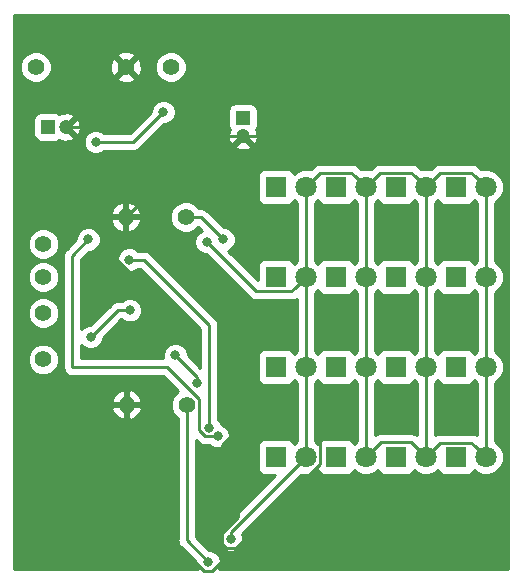
<source format=gbr>
G04 #@! TF.GenerationSoftware,KiCad,Pcbnew,(5.0.1)-3*
G04 #@! TF.CreationDate,2018-10-20T23:17:48-07:00*
G04 #@! TF.ProjectId,ODKB_Board,4F444B425F426F6172642E6B69636164,rev?*
G04 #@! TF.SameCoordinates,Original*
G04 #@! TF.FileFunction,Copper,L2,Bot,Signal*
G04 #@! TF.FilePolarity,Positive*
%FSLAX46Y46*%
G04 Gerber Fmt 4.6, Leading zero omitted, Abs format (unit mm)*
G04 Created by KiCad (PCBNEW (5.0.1)-3) date 10/20/2018 11:17:48 PM*
%MOMM*%
%LPD*%
G01*
G04 APERTURE LIST*
G04 #@! TA.AperFunction,ComponentPad*
%ADD10C,1.400000*%
G04 #@! TD*
G04 #@! TA.AperFunction,ComponentPad*
%ADD11C,1.200000*%
G04 #@! TD*
G04 #@! TA.AperFunction,ComponentPad*
%ADD12R,1.200000X1.200000*%
G04 #@! TD*
G04 #@! TA.AperFunction,ComponentPad*
%ADD13R,1.800000X1.800000*%
G04 #@! TD*
G04 #@! TA.AperFunction,ComponentPad*
%ADD14C,1.800000*%
G04 #@! TD*
G04 #@! TA.AperFunction,ComponentPad*
%ADD15O,1.400000X1.400000*%
G04 #@! TD*
G04 #@! TA.AperFunction,ViaPad*
%ADD16C,0.800000*%
G04 #@! TD*
G04 #@! TA.AperFunction,Conductor*
%ADD17C,0.250000*%
G04 #@! TD*
G04 #@! TA.AperFunction,Conductor*
%ADD18C,0.254000*%
G04 #@! TD*
G04 APERTURE END LIST*
D10*
G04 #@! TO.P,J2,1*
G04 #@! TO.N,+3V3*
X51308000Y-36068000D03*
G04 #@! TD*
G04 #@! TO.P,J7,1*
G04 #@! TO.N,/XLAT*
X51943000Y-60833000D03*
G04 #@! TD*
G04 #@! TO.P,J6,1*
G04 #@! TO.N,/SIN*
X51943000Y-56896000D03*
G04 #@! TD*
G04 #@! TO.P,J5,1*
G04 #@! TO.N,/CLK*
X51943000Y-53848000D03*
G04 #@! TD*
G04 #@! TO.P,J4,1*
G04 #@! TO.N,/BLANK*
X51943000Y-51054000D03*
G04 #@! TD*
G04 #@! TO.P,J3,1*
G04 #@! TO.N,GND*
X58928000Y-36068000D03*
G04 #@! TD*
G04 #@! TO.P,J1,1*
G04 #@! TO.N,+5V*
X62738000Y-36068000D03*
G04 #@! TD*
D11*
G04 #@! TO.P,C1,2*
G04 #@! TO.N,GND*
X53848000Y-41148000D03*
D12*
G04 #@! TO.P,C1,1*
G04 #@! TO.N,+5V*
X52348000Y-41148000D03*
G04 #@! TD*
G04 #@! TO.P,C2,1*
G04 #@! TO.N,+3V3*
X68834000Y-40386000D03*
D11*
G04 #@! TO.P,C2,2*
G04 #@! TO.N,GND*
X68834000Y-41886000D03*
G04 #@! TD*
D13*
G04 #@! TO.P,D1,1*
G04 #@! TO.N,/led1*
X71628000Y-46228000D03*
D14*
G04 #@! TO.P,D1,2*
G04 #@! TO.N,+5V*
X74168000Y-46228000D03*
G04 #@! TD*
G04 #@! TO.P,D2,2*
G04 #@! TO.N,+5V*
X79248000Y-46228000D03*
D13*
G04 #@! TO.P,D2,1*
G04 #@! TO.N,/led2*
X76708000Y-46228000D03*
G04 #@! TD*
D14*
G04 #@! TO.P,D3,2*
G04 #@! TO.N,+5V*
X84328000Y-46228000D03*
D13*
G04 #@! TO.P,D3,1*
G04 #@! TO.N,/led3*
X81788000Y-46228000D03*
G04 #@! TD*
D14*
G04 #@! TO.P,D4,2*
G04 #@! TO.N,+5V*
X89408000Y-46228000D03*
D13*
G04 #@! TO.P,D4,1*
G04 #@! TO.N,/led4*
X86868000Y-46228000D03*
G04 #@! TD*
D14*
G04 #@! TO.P,D5,2*
G04 #@! TO.N,+5V*
X74168000Y-53848000D03*
D13*
G04 #@! TO.P,D5,1*
G04 #@! TO.N,/led5*
X71628000Y-53848000D03*
G04 #@! TD*
G04 #@! TO.P,D6,1*
G04 #@! TO.N,/led6*
X76708000Y-53848000D03*
D14*
G04 #@! TO.P,D6,2*
G04 #@! TO.N,+5V*
X79248000Y-53848000D03*
G04 #@! TD*
D13*
G04 #@! TO.P,D7,1*
G04 #@! TO.N,/led7*
X81788000Y-53848000D03*
D14*
G04 #@! TO.P,D7,2*
G04 #@! TO.N,+5V*
X84328000Y-53848000D03*
G04 #@! TD*
D13*
G04 #@! TO.P,D8,1*
G04 #@! TO.N,/led8*
X86868000Y-53848000D03*
D14*
G04 #@! TO.P,D8,2*
G04 #@! TO.N,+5V*
X89408000Y-53848000D03*
G04 #@! TD*
D13*
G04 #@! TO.P,D9,1*
G04 #@! TO.N,/led9*
X71628000Y-61468000D03*
D14*
G04 #@! TO.P,D9,2*
G04 #@! TO.N,+5V*
X74168000Y-61468000D03*
G04 #@! TD*
G04 #@! TO.P,D10,2*
G04 #@! TO.N,+5V*
X79248000Y-61468000D03*
D13*
G04 #@! TO.P,D10,1*
G04 #@! TO.N,/led10*
X76708000Y-61468000D03*
G04 #@! TD*
D14*
G04 #@! TO.P,D11,2*
G04 #@! TO.N,+5V*
X84328000Y-61468000D03*
D13*
G04 #@! TO.P,D11,1*
G04 #@! TO.N,/led11*
X81788000Y-61468000D03*
G04 #@! TD*
D14*
G04 #@! TO.P,D12,2*
G04 #@! TO.N,+5V*
X89408000Y-61468000D03*
D13*
G04 #@! TO.P,D12,1*
G04 #@! TO.N,/led12*
X86868000Y-61468000D03*
G04 #@! TD*
D14*
G04 #@! TO.P,D13,2*
G04 #@! TO.N,+5V*
X74168000Y-69088000D03*
D13*
G04 #@! TO.P,D13,1*
G04 #@! TO.N,/led13*
X71628000Y-69088000D03*
G04 #@! TD*
G04 #@! TO.P,D14,1*
G04 #@! TO.N,/led14*
X76708000Y-69088000D03*
D14*
G04 #@! TO.P,D14,2*
G04 #@! TO.N,+5V*
X79248000Y-69088000D03*
G04 #@! TD*
D13*
G04 #@! TO.P,D15,1*
G04 #@! TO.N,/led15*
X81788000Y-69088000D03*
D14*
G04 #@! TO.P,D15,2*
G04 #@! TO.N,+5V*
X84328000Y-69088000D03*
G04 #@! TD*
D13*
G04 #@! TO.P,D16,1*
G04 #@! TO.N,/led16*
X86868000Y-69088000D03*
D14*
G04 #@! TO.P,D16,2*
G04 #@! TO.N,+5V*
X89408000Y-69088000D03*
G04 #@! TD*
D15*
G04 #@! TO.P,R1,2*
G04 #@! TO.N,GND*
X58928000Y-48768000D03*
D10*
G04 #@! TO.P,R1,1*
G04 #@! TO.N,Net-(R1-Pad1)*
X64008000Y-48768000D03*
G04 #@! TD*
G04 #@! TO.P,R2,1*
G04 #@! TO.N,Net-(R2-Pad1)*
X64071005Y-64653839D03*
D15*
G04 #@! TO.P,R2,2*
G04 #@! TO.N,GND*
X58991005Y-64653839D03*
G04 #@! TD*
D16*
G04 #@! TO.N,+5V*
X67818000Y-76073000D03*
X56388000Y-42418000D03*
X62103000Y-39878000D03*
X65768000Y-50888000D03*
G04 #@! TO.N,GND*
X76708000Y-56388000D03*
X81788000Y-56388000D03*
X86868000Y-56388000D03*
X76768000Y-50038000D03*
X81918000Y-50038000D03*
X87818000Y-49938000D03*
X76318000Y-66188000D03*
X81968000Y-66338000D03*
X86968000Y-65688000D03*
X60468000Y-57838000D03*
X83518000Y-36488000D03*
X60618000Y-39188000D03*
X65718000Y-40338000D03*
X65718000Y-42088000D03*
X57268000Y-40038000D03*
X68418000Y-65588000D03*
X56818000Y-48838000D03*
G04 #@! TO.N,/BLANK*
X55753000Y-50673000D03*
X66692183Y-67327183D03*
G04 #@! TO.N,/CLK*
X65985075Y-66620075D03*
X59228001Y-52385347D03*
G04 #@! TO.N,/XLAT*
X59270333Y-56665058D03*
X55968000Y-58938000D03*
G04 #@! TO.N,Net-(R1-Pad1)*
X67183000Y-50673000D03*
G04 #@! TO.N,Net-(U2-Pad29)*
X63118000Y-60488000D03*
X64968000Y-62838000D03*
G04 #@! TO.N,Net-(R2-Pad1)*
X65913000Y-77978000D03*
G04 #@! TD*
D17*
G04 #@! TO.N,+5V*
X74168000Y-47500792D02*
X74168000Y-53848000D01*
X74168000Y-46228000D02*
X74168000Y-47500792D01*
X74168000Y-53848000D02*
X74168000Y-61468000D01*
X74168000Y-61468000D02*
X74168000Y-69088000D01*
X79248000Y-46228000D02*
X79248000Y-53848000D01*
X79248000Y-55120792D02*
X79248000Y-61468000D01*
X79248000Y-53848000D02*
X79248000Y-55120792D01*
X79248000Y-61468000D02*
X79248000Y-69088000D01*
X84328000Y-46228000D02*
X84328000Y-53848000D01*
X84328000Y-55120792D02*
X84328000Y-61468000D01*
X84328000Y-53848000D02*
X84328000Y-55120792D01*
X84328000Y-61468000D02*
X84328000Y-69088000D01*
X89408000Y-61468000D02*
X89408000Y-69088000D01*
X89408000Y-53848000D02*
X89408000Y-61468000D01*
X89408000Y-46228000D02*
X89408000Y-53848000D01*
X78348001Y-45328001D02*
X79248000Y-46228000D01*
X78022999Y-45002999D02*
X78348001Y-45328001D01*
X75393001Y-45002999D02*
X78022999Y-45002999D01*
X74168000Y-46228000D02*
X75393001Y-45002999D01*
X83428001Y-45328001D02*
X84328000Y-46228000D01*
X83102999Y-45002999D02*
X83428001Y-45328001D01*
X80473001Y-45002999D02*
X83102999Y-45002999D01*
X79248000Y-46228000D02*
X80473001Y-45002999D01*
X88508001Y-45328001D02*
X89408000Y-46228000D01*
X88182999Y-45002999D02*
X88508001Y-45328001D01*
X85553001Y-45002999D02*
X88182999Y-45002999D01*
X84328000Y-46228000D02*
X85553001Y-45002999D01*
X83428001Y-68188001D02*
X84328000Y-69088000D01*
X83058000Y-67818000D02*
X83428001Y-68188001D01*
X80518000Y-67818000D02*
X83058000Y-67818000D01*
X79248000Y-69088000D02*
X80518000Y-67818000D01*
X88508001Y-68188001D02*
X89408000Y-69088000D01*
X88182999Y-67862999D02*
X88508001Y-68188001D01*
X85553001Y-67862999D02*
X88182999Y-67862999D01*
X84328000Y-69088000D02*
X85553001Y-67862999D01*
X74168000Y-69088000D02*
X67818000Y-75438000D01*
X67818000Y-75438000D02*
X67818000Y-76073000D01*
X56388000Y-42418000D02*
X59563000Y-42418000D01*
X59563000Y-42418000D02*
X62103000Y-39878000D01*
X73268001Y-54747999D02*
X74168000Y-53848000D01*
X72942999Y-55073001D02*
X73268001Y-54747999D01*
X69953001Y-55073001D02*
X72942999Y-55073001D01*
X65768000Y-50888000D02*
X69953001Y-55073001D01*
G04 #@! TO.N,GND*
X64168001Y-38788001D02*
X65718000Y-40338000D01*
X60618000Y-39188000D02*
X61017999Y-38788001D01*
X61017999Y-38788001D02*
X64168001Y-38788001D01*
X65718000Y-40338000D02*
X65718000Y-42088000D01*
X56158000Y-41148000D02*
X53848000Y-41148000D01*
X57268000Y-40038000D02*
X56158000Y-41148000D01*
X58991005Y-72129007D02*
X58991005Y-65643788D01*
X65564999Y-78703001D02*
X58991005Y-72129007D01*
X66261001Y-78703001D02*
X65564999Y-78703001D01*
X67040184Y-77923818D02*
X66261001Y-78703001D01*
X67040184Y-68052184D02*
X67040184Y-77923818D01*
X58991005Y-65643788D02*
X58991005Y-64653839D01*
X68418000Y-66674368D02*
X67040184Y-68052184D01*
X68418000Y-65588000D02*
X68418000Y-66674368D01*
X75918001Y-66587999D02*
X76318000Y-66188000D01*
X75393001Y-67112999D02*
X75918001Y-66587999D01*
X75393001Y-69676001D02*
X75393001Y-67112999D01*
X68271001Y-76798001D02*
X75393001Y-69676001D01*
X67469999Y-76798001D02*
X68271001Y-76798001D01*
X67092999Y-76421001D02*
X67469999Y-76798001D01*
X67092999Y-75526591D02*
X67092999Y-76421001D01*
X68418000Y-74201590D02*
X67092999Y-75526591D01*
X68418000Y-65588000D02*
X68418000Y-74201590D01*
X65810000Y-41886000D02*
X58928000Y-48768000D01*
X68834000Y-41886000D02*
X65810000Y-41886000D01*
X78120000Y-41886000D02*
X83068000Y-36938000D01*
X68834000Y-41886000D02*
X78120000Y-41886000D01*
X83068000Y-36938000D02*
X83518000Y-36488000D01*
X56818000Y-51048348D02*
X56818000Y-48838000D01*
X60468000Y-57838000D02*
X60468000Y-54698348D01*
X60468000Y-54698348D02*
X56818000Y-51048348D01*
G04 #@! TO.N,/BLANK*
X66674290Y-67345076D02*
X66692183Y-67327183D01*
X65637074Y-67345076D02*
X66674290Y-67345076D01*
X54392999Y-52033001D02*
X54392999Y-61484969D01*
X55753000Y-50673000D02*
X54392999Y-52033001D01*
X62419137Y-61484969D02*
X65096006Y-64161838D01*
X65096006Y-64161838D02*
X65096006Y-66804008D01*
X54392999Y-61484969D02*
X62419137Y-61484969D01*
X65096006Y-66804008D02*
X65637074Y-67345076D01*
G04 #@! TO.N,/CLK*
X60443349Y-52385347D02*
X59228001Y-52385347D01*
X65985075Y-66620075D02*
X65985075Y-57927073D01*
X65985075Y-57927073D02*
X60443349Y-52385347D01*
G04 #@! TO.N,/XLAT*
X59270333Y-56665058D02*
X58240942Y-56665058D01*
X58240942Y-56665058D02*
X55968000Y-58938000D01*
G04 #@! TO.N,Net-(R1-Pad1)*
X64008000Y-48768000D02*
X65278000Y-48768000D01*
X65278000Y-48768000D02*
X67183000Y-50673000D01*
G04 #@! TO.N,Net-(U2-Pad29)*
X63118000Y-60488000D02*
X64968000Y-62338000D01*
X64968000Y-62338000D02*
X64968000Y-62838000D01*
G04 #@! TO.N,Net-(R2-Pad1)*
X64071005Y-64653839D02*
X64071005Y-76136005D01*
X64071005Y-76136005D02*
X65913000Y-77978000D01*
G04 #@! TD*
D18*
G04 #@! TO.N,GND*
G36*
X91263001Y-78563000D02*
X66790961Y-78563000D01*
X66948000Y-78183874D01*
X66948000Y-77772126D01*
X66790431Y-77391720D01*
X66499280Y-77100569D01*
X66118874Y-76943000D01*
X65952802Y-76943000D01*
X64831005Y-75821204D01*
X64831005Y-67613809D01*
X65046745Y-67829548D01*
X65089145Y-67893005D01*
X65152601Y-67935405D01*
X65340536Y-68060980D01*
X65388679Y-68070556D01*
X65562222Y-68105076D01*
X65562226Y-68105076D01*
X65637074Y-68119964D01*
X65711922Y-68105076D01*
X66006365Y-68105076D01*
X66105903Y-68204614D01*
X66486309Y-68362183D01*
X66898057Y-68362183D01*
X67278463Y-68204614D01*
X67569614Y-67913463D01*
X67727183Y-67533057D01*
X67727183Y-67121309D01*
X67569614Y-66740903D01*
X67278463Y-66449752D01*
X66984337Y-66327921D01*
X66862506Y-66033795D01*
X66745075Y-65916364D01*
X66745075Y-58001919D01*
X66759963Y-57927072D01*
X66745075Y-57852225D01*
X66745075Y-57852221D01*
X66700979Y-57630536D01*
X66533004Y-57379144D01*
X66469548Y-57336744D01*
X61033680Y-51900877D01*
X60991278Y-51837418D01*
X60739886Y-51669443D01*
X60518201Y-51625347D01*
X60518196Y-51625347D01*
X60443349Y-51610459D01*
X60368502Y-51625347D01*
X59931712Y-51625347D01*
X59814281Y-51507916D01*
X59433875Y-51350347D01*
X59022127Y-51350347D01*
X58641721Y-51507916D01*
X58350570Y-51799067D01*
X58193001Y-52179473D01*
X58193001Y-52591221D01*
X58350570Y-52971627D01*
X58641721Y-53262778D01*
X59022127Y-53420347D01*
X59433875Y-53420347D01*
X59814281Y-53262778D01*
X59931712Y-53145347D01*
X60128548Y-53145347D01*
X65225076Y-58241876D01*
X65225076Y-61520274D01*
X64153000Y-60448199D01*
X64153000Y-60282126D01*
X63995431Y-59901720D01*
X63704280Y-59610569D01*
X63323874Y-59453000D01*
X62912126Y-59453000D01*
X62531720Y-59610569D01*
X62240569Y-59901720D01*
X62083000Y-60282126D01*
X62083000Y-60693874D01*
X62095880Y-60724969D01*
X55152999Y-60724969D01*
X55152999Y-59586710D01*
X55381720Y-59815431D01*
X55762126Y-59973000D01*
X56173874Y-59973000D01*
X56554280Y-59815431D01*
X56845431Y-59524280D01*
X57003000Y-59143874D01*
X57003000Y-58977801D01*
X58555745Y-57425058D01*
X58566622Y-57425058D01*
X58684053Y-57542489D01*
X59064459Y-57700058D01*
X59476207Y-57700058D01*
X59856613Y-57542489D01*
X60147764Y-57251338D01*
X60305333Y-56870932D01*
X60305333Y-56459184D01*
X60147764Y-56078778D01*
X59856613Y-55787627D01*
X59476207Y-55630058D01*
X59064459Y-55630058D01*
X58684053Y-55787627D01*
X58566622Y-55905058D01*
X58315788Y-55905058D01*
X58240941Y-55890170D01*
X58166094Y-55905058D01*
X58166090Y-55905058D01*
X57944405Y-55949154D01*
X57944403Y-55949155D01*
X57944404Y-55949155D01*
X57756468Y-56074729D01*
X57756466Y-56074731D01*
X57693013Y-56117129D01*
X57650615Y-56180582D01*
X55928199Y-57903000D01*
X55762126Y-57903000D01*
X55381720Y-58060569D01*
X55152999Y-58289290D01*
X55152999Y-52347802D01*
X55792802Y-51708000D01*
X55958874Y-51708000D01*
X56339280Y-51550431D01*
X56630431Y-51259280D01*
X56788000Y-50878874D01*
X56788000Y-50467126D01*
X56630431Y-50086720D01*
X56339280Y-49795569D01*
X55958874Y-49638000D01*
X55547126Y-49638000D01*
X55166720Y-49795569D01*
X54875569Y-50086720D01*
X54718000Y-50467126D01*
X54718000Y-50633198D01*
X53908529Y-51442670D01*
X53845070Y-51485072D01*
X53677095Y-51736465D01*
X53632999Y-51958150D01*
X53632999Y-51958154D01*
X53618111Y-52033001D01*
X53632999Y-52107848D01*
X53633000Y-61410112D01*
X53618110Y-61484969D01*
X53677095Y-61781506D01*
X53845070Y-62032898D01*
X54096462Y-62200873D01*
X54318147Y-62244969D01*
X54392999Y-62259858D01*
X54467851Y-62244969D01*
X62104336Y-62244969D01*
X63361923Y-63502557D01*
X63314788Y-63522081D01*
X62939247Y-63897622D01*
X62736005Y-64388291D01*
X62736005Y-64919387D01*
X62939247Y-65410056D01*
X63311005Y-65781814D01*
X63311006Y-76061153D01*
X63296117Y-76136005D01*
X63311006Y-76210857D01*
X63355102Y-76432542D01*
X63523077Y-76683934D01*
X63586533Y-76726334D01*
X64878000Y-78017802D01*
X64878000Y-78183874D01*
X65035039Y-78563000D01*
X49453000Y-78563000D01*
X49453000Y-64987168D01*
X57698289Y-64987168D01*
X57841208Y-65332235D01*
X58188342Y-65720603D01*
X58657674Y-65946566D01*
X58864005Y-65824045D01*
X58864005Y-64780839D01*
X59118005Y-64780839D01*
X59118005Y-65824045D01*
X59324336Y-65946566D01*
X59793668Y-65720603D01*
X60140802Y-65332235D01*
X60283721Y-64987168D01*
X60160379Y-64780839D01*
X59118005Y-64780839D01*
X58864005Y-64780839D01*
X57821631Y-64780839D01*
X57698289Y-64987168D01*
X49453000Y-64987168D01*
X49453000Y-64320510D01*
X57698289Y-64320510D01*
X57821631Y-64526839D01*
X58864005Y-64526839D01*
X58864005Y-63483633D01*
X59118005Y-63483633D01*
X59118005Y-64526839D01*
X60160379Y-64526839D01*
X60283721Y-64320510D01*
X60140802Y-63975443D01*
X59793668Y-63587075D01*
X59324336Y-63361112D01*
X59118005Y-63483633D01*
X58864005Y-63483633D01*
X58657674Y-63361112D01*
X58188342Y-63587075D01*
X57841208Y-63975443D01*
X57698289Y-64320510D01*
X49453000Y-64320510D01*
X49453000Y-60567452D01*
X50608000Y-60567452D01*
X50608000Y-61098548D01*
X50811242Y-61589217D01*
X51186783Y-61964758D01*
X51677452Y-62168000D01*
X52208548Y-62168000D01*
X52699217Y-61964758D01*
X53074758Y-61589217D01*
X53278000Y-61098548D01*
X53278000Y-60567452D01*
X53074758Y-60076783D01*
X52699217Y-59701242D01*
X52208548Y-59498000D01*
X51677452Y-59498000D01*
X51186783Y-59701242D01*
X50811242Y-60076783D01*
X50608000Y-60567452D01*
X49453000Y-60567452D01*
X49453000Y-56630452D01*
X50608000Y-56630452D01*
X50608000Y-57161548D01*
X50811242Y-57652217D01*
X51186783Y-58027758D01*
X51677452Y-58231000D01*
X52208548Y-58231000D01*
X52699217Y-58027758D01*
X53074758Y-57652217D01*
X53278000Y-57161548D01*
X53278000Y-56630452D01*
X53074758Y-56139783D01*
X52699217Y-55764242D01*
X52208548Y-55561000D01*
X51677452Y-55561000D01*
X51186783Y-55764242D01*
X50811242Y-56139783D01*
X50608000Y-56630452D01*
X49453000Y-56630452D01*
X49453000Y-53582452D01*
X50608000Y-53582452D01*
X50608000Y-54113548D01*
X50811242Y-54604217D01*
X51186783Y-54979758D01*
X51677452Y-55183000D01*
X52208548Y-55183000D01*
X52699217Y-54979758D01*
X53074758Y-54604217D01*
X53278000Y-54113548D01*
X53278000Y-53582452D01*
X53074758Y-53091783D01*
X52699217Y-52716242D01*
X52208548Y-52513000D01*
X51677452Y-52513000D01*
X51186783Y-52716242D01*
X50811242Y-53091783D01*
X50608000Y-53582452D01*
X49453000Y-53582452D01*
X49453000Y-50788452D01*
X50608000Y-50788452D01*
X50608000Y-51319548D01*
X50811242Y-51810217D01*
X51186783Y-52185758D01*
X51677452Y-52389000D01*
X52208548Y-52389000D01*
X52699217Y-52185758D01*
X53074758Y-51810217D01*
X53278000Y-51319548D01*
X53278000Y-50788452D01*
X53074758Y-50297783D01*
X52699217Y-49922242D01*
X52208548Y-49719000D01*
X51677452Y-49719000D01*
X51186783Y-49922242D01*
X50811242Y-50297783D01*
X50608000Y-50788452D01*
X49453000Y-50788452D01*
X49453000Y-49101329D01*
X57635284Y-49101329D01*
X57778203Y-49446396D01*
X58125337Y-49834764D01*
X58594669Y-50060727D01*
X58801000Y-49938206D01*
X58801000Y-48895000D01*
X59055000Y-48895000D01*
X59055000Y-49938206D01*
X59261331Y-50060727D01*
X59730663Y-49834764D01*
X60077797Y-49446396D01*
X60220716Y-49101329D01*
X60097374Y-48895000D01*
X59055000Y-48895000D01*
X58801000Y-48895000D01*
X57758626Y-48895000D01*
X57635284Y-49101329D01*
X49453000Y-49101329D01*
X49453000Y-48434671D01*
X57635284Y-48434671D01*
X57758626Y-48641000D01*
X58801000Y-48641000D01*
X58801000Y-47597794D01*
X59055000Y-47597794D01*
X59055000Y-48641000D01*
X60097374Y-48641000D01*
X60180197Y-48502452D01*
X62673000Y-48502452D01*
X62673000Y-49033548D01*
X62876242Y-49524217D01*
X63251783Y-49899758D01*
X63742452Y-50103000D01*
X64273548Y-50103000D01*
X64764217Y-49899758D01*
X65049587Y-49614388D01*
X65368430Y-49933231D01*
X65181720Y-50010569D01*
X64890569Y-50301720D01*
X64733000Y-50682126D01*
X64733000Y-51093874D01*
X64890569Y-51474280D01*
X65181720Y-51765431D01*
X65562126Y-51923000D01*
X65728199Y-51923000D01*
X69362672Y-55557474D01*
X69405072Y-55620930D01*
X69656464Y-55788905D01*
X69878149Y-55833001D01*
X69878153Y-55833001D01*
X69953000Y-55847889D01*
X70027847Y-55833001D01*
X72868152Y-55833001D01*
X72942999Y-55847889D01*
X73017846Y-55833001D01*
X73017851Y-55833001D01*
X73239536Y-55788905D01*
X73408000Y-55676341D01*
X73408001Y-60121330D01*
X73298493Y-60166690D01*
X73129275Y-60335908D01*
X73126157Y-60320235D01*
X72985809Y-60110191D01*
X72775765Y-59969843D01*
X72528000Y-59920560D01*
X70728000Y-59920560D01*
X70480235Y-59969843D01*
X70270191Y-60110191D01*
X70129843Y-60320235D01*
X70080560Y-60568000D01*
X70080560Y-62368000D01*
X70129843Y-62615765D01*
X70270191Y-62825809D01*
X70480235Y-62966157D01*
X70728000Y-63015440D01*
X72528000Y-63015440D01*
X72775765Y-62966157D01*
X72985809Y-62825809D01*
X73126157Y-62615765D01*
X73129275Y-62600092D01*
X73298493Y-62769310D01*
X73408000Y-62814669D01*
X73408001Y-67741330D01*
X73298493Y-67786690D01*
X73129275Y-67955908D01*
X73126157Y-67940235D01*
X72985809Y-67730191D01*
X72775765Y-67589843D01*
X72528000Y-67540560D01*
X70728000Y-67540560D01*
X70480235Y-67589843D01*
X70270191Y-67730191D01*
X70129843Y-67940235D01*
X70080560Y-68188000D01*
X70080560Y-69988000D01*
X70129843Y-70235765D01*
X70270191Y-70445809D01*
X70480235Y-70586157D01*
X70728000Y-70635440D01*
X71545758Y-70635440D01*
X67333530Y-74847669D01*
X67270071Y-74890071D01*
X67102096Y-75141464D01*
X67058000Y-75363149D01*
X67058000Y-75363153D01*
X67056476Y-75370813D01*
X66940569Y-75486720D01*
X66783000Y-75867126D01*
X66783000Y-76278874D01*
X66940569Y-76659280D01*
X67231720Y-76950431D01*
X67612126Y-77108000D01*
X68023874Y-77108000D01*
X68404280Y-76950431D01*
X68695431Y-76659280D01*
X68853000Y-76278874D01*
X68853000Y-75867126D01*
X68738970Y-75591832D01*
X73753162Y-70577640D01*
X73862670Y-70623000D01*
X74473330Y-70623000D01*
X75037507Y-70389310D01*
X75206725Y-70220092D01*
X75209843Y-70235765D01*
X75350191Y-70445809D01*
X75560235Y-70586157D01*
X75808000Y-70635440D01*
X77608000Y-70635440D01*
X77855765Y-70586157D01*
X78065809Y-70445809D01*
X78206157Y-70235765D01*
X78209275Y-70220092D01*
X78378493Y-70389310D01*
X78942670Y-70623000D01*
X79553330Y-70623000D01*
X80117507Y-70389310D01*
X80286725Y-70220092D01*
X80289843Y-70235765D01*
X80430191Y-70445809D01*
X80640235Y-70586157D01*
X80888000Y-70635440D01*
X82688000Y-70635440D01*
X82935765Y-70586157D01*
X83145809Y-70445809D01*
X83286157Y-70235765D01*
X83289275Y-70220092D01*
X83458493Y-70389310D01*
X84022670Y-70623000D01*
X84633330Y-70623000D01*
X85197507Y-70389310D01*
X85366725Y-70220092D01*
X85369843Y-70235765D01*
X85510191Y-70445809D01*
X85720235Y-70586157D01*
X85968000Y-70635440D01*
X87768000Y-70635440D01*
X88015765Y-70586157D01*
X88225809Y-70445809D01*
X88366157Y-70235765D01*
X88369275Y-70220092D01*
X88538493Y-70389310D01*
X89102670Y-70623000D01*
X89713330Y-70623000D01*
X90277507Y-70389310D01*
X90709310Y-69957507D01*
X90943000Y-69393330D01*
X90943000Y-68782670D01*
X90709310Y-68218493D01*
X90277507Y-67786690D01*
X90168000Y-67741331D01*
X90168000Y-62814669D01*
X90277507Y-62769310D01*
X90709310Y-62337507D01*
X90943000Y-61773330D01*
X90943000Y-61162670D01*
X90709310Y-60598493D01*
X90277507Y-60166690D01*
X90168000Y-60121331D01*
X90168000Y-55194669D01*
X90277507Y-55149310D01*
X90709310Y-54717507D01*
X90943000Y-54153330D01*
X90943000Y-53542670D01*
X90709310Y-52978493D01*
X90277507Y-52546690D01*
X90168000Y-52501331D01*
X90168000Y-47574669D01*
X90277507Y-47529310D01*
X90709310Y-47097507D01*
X90943000Y-46533330D01*
X90943000Y-45922670D01*
X90709310Y-45358493D01*
X90277507Y-44926690D01*
X89713330Y-44693000D01*
X89102670Y-44693000D01*
X88993161Y-44738360D01*
X88773330Y-44518529D01*
X88730928Y-44455070D01*
X88479536Y-44287095D01*
X88257851Y-44242999D01*
X88257846Y-44242999D01*
X88182999Y-44228111D01*
X88108152Y-44242999D01*
X85627847Y-44242999D01*
X85553000Y-44228111D01*
X85478153Y-44242999D01*
X85478149Y-44242999D01*
X85256464Y-44287095D01*
X85005072Y-44455070D01*
X84962672Y-44518526D01*
X84742838Y-44738360D01*
X84633330Y-44693000D01*
X84022670Y-44693000D01*
X83913161Y-44738360D01*
X83693330Y-44518529D01*
X83650928Y-44455070D01*
X83399536Y-44287095D01*
X83177851Y-44242999D01*
X83177846Y-44242999D01*
X83102999Y-44228111D01*
X83028152Y-44242999D01*
X80547847Y-44242999D01*
X80473000Y-44228111D01*
X80398153Y-44242999D01*
X80398149Y-44242999D01*
X80176464Y-44287095D01*
X79925072Y-44455070D01*
X79882672Y-44518526D01*
X79662838Y-44738360D01*
X79553330Y-44693000D01*
X78942670Y-44693000D01*
X78833161Y-44738360D01*
X78613330Y-44518529D01*
X78570928Y-44455070D01*
X78319536Y-44287095D01*
X78097851Y-44242999D01*
X78097846Y-44242999D01*
X78022999Y-44228111D01*
X77948152Y-44242999D01*
X75467847Y-44242999D01*
X75393000Y-44228111D01*
X75318153Y-44242999D01*
X75318149Y-44242999D01*
X75096464Y-44287095D01*
X74845072Y-44455070D01*
X74802672Y-44518526D01*
X74582838Y-44738360D01*
X74473330Y-44693000D01*
X73862670Y-44693000D01*
X73298493Y-44926690D01*
X73129275Y-45095908D01*
X73126157Y-45080235D01*
X72985809Y-44870191D01*
X72775765Y-44729843D01*
X72528000Y-44680560D01*
X70728000Y-44680560D01*
X70480235Y-44729843D01*
X70270191Y-44870191D01*
X70129843Y-45080235D01*
X70080560Y-45328000D01*
X70080560Y-47128000D01*
X70129843Y-47375765D01*
X70270191Y-47585809D01*
X70480235Y-47726157D01*
X70728000Y-47775440D01*
X72528000Y-47775440D01*
X72775765Y-47726157D01*
X72985809Y-47585809D01*
X73126157Y-47375765D01*
X73129275Y-47360092D01*
X73298493Y-47529310D01*
X73408000Y-47574669D01*
X73408001Y-52501330D01*
X73298493Y-52546690D01*
X73129275Y-52715908D01*
X73126157Y-52700235D01*
X72985809Y-52490191D01*
X72775765Y-52349843D01*
X72528000Y-52300560D01*
X70728000Y-52300560D01*
X70480235Y-52349843D01*
X70270191Y-52490191D01*
X70129843Y-52700235D01*
X70080560Y-52948000D01*
X70080560Y-54125758D01*
X67582570Y-51627769D01*
X67769280Y-51550431D01*
X68060431Y-51259280D01*
X68218000Y-50878874D01*
X68218000Y-50467126D01*
X68060431Y-50086720D01*
X67769280Y-49795569D01*
X67388874Y-49638000D01*
X67222802Y-49638000D01*
X65868331Y-48283530D01*
X65825929Y-48220071D01*
X65574537Y-48052096D01*
X65352852Y-48008000D01*
X65352847Y-48008000D01*
X65278000Y-47993112D01*
X65203153Y-48008000D01*
X65135975Y-48008000D01*
X64764217Y-47636242D01*
X64273548Y-47433000D01*
X63742452Y-47433000D01*
X63251783Y-47636242D01*
X62876242Y-48011783D01*
X62673000Y-48502452D01*
X60180197Y-48502452D01*
X60220716Y-48434671D01*
X60077797Y-48089604D01*
X59730663Y-47701236D01*
X59261331Y-47475273D01*
X59055000Y-47597794D01*
X58801000Y-47597794D01*
X58594669Y-47475273D01*
X58125337Y-47701236D01*
X57778203Y-48089604D01*
X57635284Y-48434671D01*
X49453000Y-48434671D01*
X49453000Y-40548000D01*
X51100560Y-40548000D01*
X51100560Y-41748000D01*
X51149843Y-41995765D01*
X51290191Y-42205809D01*
X51500235Y-42346157D01*
X51748000Y-42395440D01*
X52948000Y-42395440D01*
X53195765Y-42346157D01*
X53310802Y-42269291D01*
X53679036Y-42395807D01*
X54169413Y-42365482D01*
X54481617Y-42236164D01*
X54486896Y-42212126D01*
X55353000Y-42212126D01*
X55353000Y-42623874D01*
X55510569Y-43004280D01*
X55801720Y-43295431D01*
X56182126Y-43453000D01*
X56593874Y-43453000D01*
X56974280Y-43295431D01*
X57091711Y-43178000D01*
X59488153Y-43178000D01*
X59563000Y-43192888D01*
X59637847Y-43178000D01*
X59637852Y-43178000D01*
X59859537Y-43133904D01*
X60110929Y-42965929D01*
X60153331Y-42902470D01*
X60307066Y-42748735D01*
X68150870Y-42748735D01*
X68200383Y-42974164D01*
X68665036Y-43133807D01*
X69155413Y-43103482D01*
X69467617Y-42974164D01*
X69517130Y-42748735D01*
X68834000Y-42065605D01*
X68150870Y-42748735D01*
X60307066Y-42748735D01*
X61338766Y-41717036D01*
X67586193Y-41717036D01*
X67616518Y-42207413D01*
X67745836Y-42519617D01*
X67971265Y-42569130D01*
X68654395Y-41886000D01*
X68640253Y-41871858D01*
X68819858Y-41692253D01*
X68834000Y-41706395D01*
X68848143Y-41692253D01*
X69027748Y-41871858D01*
X69013605Y-41886000D01*
X69696735Y-42569130D01*
X69922164Y-42519617D01*
X70081807Y-42054964D01*
X70051482Y-41564587D01*
X69959495Y-41342510D01*
X70032157Y-41233765D01*
X70081440Y-40986000D01*
X70081440Y-39786000D01*
X70032157Y-39538235D01*
X69891809Y-39328191D01*
X69681765Y-39187843D01*
X69434000Y-39138560D01*
X68234000Y-39138560D01*
X67986235Y-39187843D01*
X67776191Y-39328191D01*
X67635843Y-39538235D01*
X67586560Y-39786000D01*
X67586560Y-40986000D01*
X67635843Y-41233765D01*
X67712709Y-41348802D01*
X67586193Y-41717036D01*
X61338766Y-41717036D01*
X62142803Y-40913000D01*
X62308874Y-40913000D01*
X62689280Y-40755431D01*
X62980431Y-40464280D01*
X63138000Y-40083874D01*
X63138000Y-39672126D01*
X62980431Y-39291720D01*
X62689280Y-39000569D01*
X62308874Y-38843000D01*
X61897126Y-38843000D01*
X61516720Y-39000569D01*
X61225569Y-39291720D01*
X61068000Y-39672126D01*
X61068000Y-39838197D01*
X59248199Y-41658000D01*
X57091711Y-41658000D01*
X56974280Y-41540569D01*
X56593874Y-41383000D01*
X56182126Y-41383000D01*
X55801720Y-41540569D01*
X55510569Y-41831720D01*
X55353000Y-42212126D01*
X54486896Y-42212126D01*
X54531130Y-42010735D01*
X53848000Y-41327605D01*
X53833858Y-41341748D01*
X53654253Y-41162143D01*
X53668395Y-41148000D01*
X54027605Y-41148000D01*
X54710735Y-41831130D01*
X54936164Y-41781617D01*
X55095807Y-41316964D01*
X55065482Y-40826587D01*
X54936164Y-40514383D01*
X54710735Y-40464870D01*
X54027605Y-41148000D01*
X53668395Y-41148000D01*
X53654253Y-41133858D01*
X53833858Y-40954253D01*
X53848000Y-40968395D01*
X54531130Y-40285265D01*
X54481617Y-40059836D01*
X54016964Y-39900193D01*
X53526587Y-39930518D01*
X53304510Y-40022505D01*
X53195765Y-39949843D01*
X52948000Y-39900560D01*
X51748000Y-39900560D01*
X51500235Y-39949843D01*
X51290191Y-40090191D01*
X51149843Y-40300235D01*
X51100560Y-40548000D01*
X49453000Y-40548000D01*
X49453000Y-35802452D01*
X49973000Y-35802452D01*
X49973000Y-36333548D01*
X50176242Y-36824217D01*
X50551783Y-37199758D01*
X51042452Y-37403000D01*
X51573548Y-37403000D01*
X52064217Y-37199758D01*
X52260700Y-37003275D01*
X58172331Y-37003275D01*
X58234169Y-37239042D01*
X58735122Y-37415419D01*
X59265440Y-37386664D01*
X59621831Y-37239042D01*
X59683669Y-37003275D01*
X58928000Y-36247605D01*
X58172331Y-37003275D01*
X52260700Y-37003275D01*
X52439758Y-36824217D01*
X52643000Y-36333548D01*
X52643000Y-35875122D01*
X57580581Y-35875122D01*
X57609336Y-36405440D01*
X57756958Y-36761831D01*
X57992725Y-36823669D01*
X58748395Y-36068000D01*
X59107605Y-36068000D01*
X59863275Y-36823669D01*
X60099042Y-36761831D01*
X60275419Y-36260878D01*
X60250563Y-35802452D01*
X61403000Y-35802452D01*
X61403000Y-36333548D01*
X61606242Y-36824217D01*
X61981783Y-37199758D01*
X62472452Y-37403000D01*
X63003548Y-37403000D01*
X63494217Y-37199758D01*
X63869758Y-36824217D01*
X64073000Y-36333548D01*
X64073000Y-35802452D01*
X63869758Y-35311783D01*
X63494217Y-34936242D01*
X63003548Y-34733000D01*
X62472452Y-34733000D01*
X61981783Y-34936242D01*
X61606242Y-35311783D01*
X61403000Y-35802452D01*
X60250563Y-35802452D01*
X60246664Y-35730560D01*
X60099042Y-35374169D01*
X59863275Y-35312331D01*
X59107605Y-36068000D01*
X58748395Y-36068000D01*
X57992725Y-35312331D01*
X57756958Y-35374169D01*
X57580581Y-35875122D01*
X52643000Y-35875122D01*
X52643000Y-35802452D01*
X52439758Y-35311783D01*
X52260700Y-35132725D01*
X58172331Y-35132725D01*
X58928000Y-35888395D01*
X59683669Y-35132725D01*
X59621831Y-34896958D01*
X59120878Y-34720581D01*
X58590560Y-34749336D01*
X58234169Y-34896958D01*
X58172331Y-35132725D01*
X52260700Y-35132725D01*
X52064217Y-34936242D01*
X51573548Y-34733000D01*
X51042452Y-34733000D01*
X50551783Y-34936242D01*
X50176242Y-35311783D01*
X49973000Y-35802452D01*
X49453000Y-35802452D01*
X49453000Y-31673000D01*
X91263000Y-31673000D01*
X91263001Y-78563000D01*
X91263001Y-78563000D01*
G37*
X91263001Y-78563000D02*
X66790961Y-78563000D01*
X66948000Y-78183874D01*
X66948000Y-77772126D01*
X66790431Y-77391720D01*
X66499280Y-77100569D01*
X66118874Y-76943000D01*
X65952802Y-76943000D01*
X64831005Y-75821204D01*
X64831005Y-67613809D01*
X65046745Y-67829548D01*
X65089145Y-67893005D01*
X65152601Y-67935405D01*
X65340536Y-68060980D01*
X65388679Y-68070556D01*
X65562222Y-68105076D01*
X65562226Y-68105076D01*
X65637074Y-68119964D01*
X65711922Y-68105076D01*
X66006365Y-68105076D01*
X66105903Y-68204614D01*
X66486309Y-68362183D01*
X66898057Y-68362183D01*
X67278463Y-68204614D01*
X67569614Y-67913463D01*
X67727183Y-67533057D01*
X67727183Y-67121309D01*
X67569614Y-66740903D01*
X67278463Y-66449752D01*
X66984337Y-66327921D01*
X66862506Y-66033795D01*
X66745075Y-65916364D01*
X66745075Y-58001919D01*
X66759963Y-57927072D01*
X66745075Y-57852225D01*
X66745075Y-57852221D01*
X66700979Y-57630536D01*
X66533004Y-57379144D01*
X66469548Y-57336744D01*
X61033680Y-51900877D01*
X60991278Y-51837418D01*
X60739886Y-51669443D01*
X60518201Y-51625347D01*
X60518196Y-51625347D01*
X60443349Y-51610459D01*
X60368502Y-51625347D01*
X59931712Y-51625347D01*
X59814281Y-51507916D01*
X59433875Y-51350347D01*
X59022127Y-51350347D01*
X58641721Y-51507916D01*
X58350570Y-51799067D01*
X58193001Y-52179473D01*
X58193001Y-52591221D01*
X58350570Y-52971627D01*
X58641721Y-53262778D01*
X59022127Y-53420347D01*
X59433875Y-53420347D01*
X59814281Y-53262778D01*
X59931712Y-53145347D01*
X60128548Y-53145347D01*
X65225076Y-58241876D01*
X65225076Y-61520274D01*
X64153000Y-60448199D01*
X64153000Y-60282126D01*
X63995431Y-59901720D01*
X63704280Y-59610569D01*
X63323874Y-59453000D01*
X62912126Y-59453000D01*
X62531720Y-59610569D01*
X62240569Y-59901720D01*
X62083000Y-60282126D01*
X62083000Y-60693874D01*
X62095880Y-60724969D01*
X55152999Y-60724969D01*
X55152999Y-59586710D01*
X55381720Y-59815431D01*
X55762126Y-59973000D01*
X56173874Y-59973000D01*
X56554280Y-59815431D01*
X56845431Y-59524280D01*
X57003000Y-59143874D01*
X57003000Y-58977801D01*
X58555745Y-57425058D01*
X58566622Y-57425058D01*
X58684053Y-57542489D01*
X59064459Y-57700058D01*
X59476207Y-57700058D01*
X59856613Y-57542489D01*
X60147764Y-57251338D01*
X60305333Y-56870932D01*
X60305333Y-56459184D01*
X60147764Y-56078778D01*
X59856613Y-55787627D01*
X59476207Y-55630058D01*
X59064459Y-55630058D01*
X58684053Y-55787627D01*
X58566622Y-55905058D01*
X58315788Y-55905058D01*
X58240941Y-55890170D01*
X58166094Y-55905058D01*
X58166090Y-55905058D01*
X57944405Y-55949154D01*
X57944403Y-55949155D01*
X57944404Y-55949155D01*
X57756468Y-56074729D01*
X57756466Y-56074731D01*
X57693013Y-56117129D01*
X57650615Y-56180582D01*
X55928199Y-57903000D01*
X55762126Y-57903000D01*
X55381720Y-58060569D01*
X55152999Y-58289290D01*
X55152999Y-52347802D01*
X55792802Y-51708000D01*
X55958874Y-51708000D01*
X56339280Y-51550431D01*
X56630431Y-51259280D01*
X56788000Y-50878874D01*
X56788000Y-50467126D01*
X56630431Y-50086720D01*
X56339280Y-49795569D01*
X55958874Y-49638000D01*
X55547126Y-49638000D01*
X55166720Y-49795569D01*
X54875569Y-50086720D01*
X54718000Y-50467126D01*
X54718000Y-50633198D01*
X53908529Y-51442670D01*
X53845070Y-51485072D01*
X53677095Y-51736465D01*
X53632999Y-51958150D01*
X53632999Y-51958154D01*
X53618111Y-52033001D01*
X53632999Y-52107848D01*
X53633000Y-61410112D01*
X53618110Y-61484969D01*
X53677095Y-61781506D01*
X53845070Y-62032898D01*
X54096462Y-62200873D01*
X54318147Y-62244969D01*
X54392999Y-62259858D01*
X54467851Y-62244969D01*
X62104336Y-62244969D01*
X63361923Y-63502557D01*
X63314788Y-63522081D01*
X62939247Y-63897622D01*
X62736005Y-64388291D01*
X62736005Y-64919387D01*
X62939247Y-65410056D01*
X63311005Y-65781814D01*
X63311006Y-76061153D01*
X63296117Y-76136005D01*
X63311006Y-76210857D01*
X63355102Y-76432542D01*
X63523077Y-76683934D01*
X63586533Y-76726334D01*
X64878000Y-78017802D01*
X64878000Y-78183874D01*
X65035039Y-78563000D01*
X49453000Y-78563000D01*
X49453000Y-64987168D01*
X57698289Y-64987168D01*
X57841208Y-65332235D01*
X58188342Y-65720603D01*
X58657674Y-65946566D01*
X58864005Y-65824045D01*
X58864005Y-64780839D01*
X59118005Y-64780839D01*
X59118005Y-65824045D01*
X59324336Y-65946566D01*
X59793668Y-65720603D01*
X60140802Y-65332235D01*
X60283721Y-64987168D01*
X60160379Y-64780839D01*
X59118005Y-64780839D01*
X58864005Y-64780839D01*
X57821631Y-64780839D01*
X57698289Y-64987168D01*
X49453000Y-64987168D01*
X49453000Y-64320510D01*
X57698289Y-64320510D01*
X57821631Y-64526839D01*
X58864005Y-64526839D01*
X58864005Y-63483633D01*
X59118005Y-63483633D01*
X59118005Y-64526839D01*
X60160379Y-64526839D01*
X60283721Y-64320510D01*
X60140802Y-63975443D01*
X59793668Y-63587075D01*
X59324336Y-63361112D01*
X59118005Y-63483633D01*
X58864005Y-63483633D01*
X58657674Y-63361112D01*
X58188342Y-63587075D01*
X57841208Y-63975443D01*
X57698289Y-64320510D01*
X49453000Y-64320510D01*
X49453000Y-60567452D01*
X50608000Y-60567452D01*
X50608000Y-61098548D01*
X50811242Y-61589217D01*
X51186783Y-61964758D01*
X51677452Y-62168000D01*
X52208548Y-62168000D01*
X52699217Y-61964758D01*
X53074758Y-61589217D01*
X53278000Y-61098548D01*
X53278000Y-60567452D01*
X53074758Y-60076783D01*
X52699217Y-59701242D01*
X52208548Y-59498000D01*
X51677452Y-59498000D01*
X51186783Y-59701242D01*
X50811242Y-60076783D01*
X50608000Y-60567452D01*
X49453000Y-60567452D01*
X49453000Y-56630452D01*
X50608000Y-56630452D01*
X50608000Y-57161548D01*
X50811242Y-57652217D01*
X51186783Y-58027758D01*
X51677452Y-58231000D01*
X52208548Y-58231000D01*
X52699217Y-58027758D01*
X53074758Y-57652217D01*
X53278000Y-57161548D01*
X53278000Y-56630452D01*
X53074758Y-56139783D01*
X52699217Y-55764242D01*
X52208548Y-55561000D01*
X51677452Y-55561000D01*
X51186783Y-55764242D01*
X50811242Y-56139783D01*
X50608000Y-56630452D01*
X49453000Y-56630452D01*
X49453000Y-53582452D01*
X50608000Y-53582452D01*
X50608000Y-54113548D01*
X50811242Y-54604217D01*
X51186783Y-54979758D01*
X51677452Y-55183000D01*
X52208548Y-55183000D01*
X52699217Y-54979758D01*
X53074758Y-54604217D01*
X53278000Y-54113548D01*
X53278000Y-53582452D01*
X53074758Y-53091783D01*
X52699217Y-52716242D01*
X52208548Y-52513000D01*
X51677452Y-52513000D01*
X51186783Y-52716242D01*
X50811242Y-53091783D01*
X50608000Y-53582452D01*
X49453000Y-53582452D01*
X49453000Y-50788452D01*
X50608000Y-50788452D01*
X50608000Y-51319548D01*
X50811242Y-51810217D01*
X51186783Y-52185758D01*
X51677452Y-52389000D01*
X52208548Y-52389000D01*
X52699217Y-52185758D01*
X53074758Y-51810217D01*
X53278000Y-51319548D01*
X53278000Y-50788452D01*
X53074758Y-50297783D01*
X52699217Y-49922242D01*
X52208548Y-49719000D01*
X51677452Y-49719000D01*
X51186783Y-49922242D01*
X50811242Y-50297783D01*
X50608000Y-50788452D01*
X49453000Y-50788452D01*
X49453000Y-49101329D01*
X57635284Y-49101329D01*
X57778203Y-49446396D01*
X58125337Y-49834764D01*
X58594669Y-50060727D01*
X58801000Y-49938206D01*
X58801000Y-48895000D01*
X59055000Y-48895000D01*
X59055000Y-49938206D01*
X59261331Y-50060727D01*
X59730663Y-49834764D01*
X60077797Y-49446396D01*
X60220716Y-49101329D01*
X60097374Y-48895000D01*
X59055000Y-48895000D01*
X58801000Y-48895000D01*
X57758626Y-48895000D01*
X57635284Y-49101329D01*
X49453000Y-49101329D01*
X49453000Y-48434671D01*
X57635284Y-48434671D01*
X57758626Y-48641000D01*
X58801000Y-48641000D01*
X58801000Y-47597794D01*
X59055000Y-47597794D01*
X59055000Y-48641000D01*
X60097374Y-48641000D01*
X60180197Y-48502452D01*
X62673000Y-48502452D01*
X62673000Y-49033548D01*
X62876242Y-49524217D01*
X63251783Y-49899758D01*
X63742452Y-50103000D01*
X64273548Y-50103000D01*
X64764217Y-49899758D01*
X65049587Y-49614388D01*
X65368430Y-49933231D01*
X65181720Y-50010569D01*
X64890569Y-50301720D01*
X64733000Y-50682126D01*
X64733000Y-51093874D01*
X64890569Y-51474280D01*
X65181720Y-51765431D01*
X65562126Y-51923000D01*
X65728199Y-51923000D01*
X69362672Y-55557474D01*
X69405072Y-55620930D01*
X69656464Y-55788905D01*
X69878149Y-55833001D01*
X69878153Y-55833001D01*
X69953000Y-55847889D01*
X70027847Y-55833001D01*
X72868152Y-55833001D01*
X72942999Y-55847889D01*
X73017846Y-55833001D01*
X73017851Y-55833001D01*
X73239536Y-55788905D01*
X73408000Y-55676341D01*
X73408001Y-60121330D01*
X73298493Y-60166690D01*
X73129275Y-60335908D01*
X73126157Y-60320235D01*
X72985809Y-60110191D01*
X72775765Y-59969843D01*
X72528000Y-59920560D01*
X70728000Y-59920560D01*
X70480235Y-59969843D01*
X70270191Y-60110191D01*
X70129843Y-60320235D01*
X70080560Y-60568000D01*
X70080560Y-62368000D01*
X70129843Y-62615765D01*
X70270191Y-62825809D01*
X70480235Y-62966157D01*
X70728000Y-63015440D01*
X72528000Y-63015440D01*
X72775765Y-62966157D01*
X72985809Y-62825809D01*
X73126157Y-62615765D01*
X73129275Y-62600092D01*
X73298493Y-62769310D01*
X73408000Y-62814669D01*
X73408001Y-67741330D01*
X73298493Y-67786690D01*
X73129275Y-67955908D01*
X73126157Y-67940235D01*
X72985809Y-67730191D01*
X72775765Y-67589843D01*
X72528000Y-67540560D01*
X70728000Y-67540560D01*
X70480235Y-67589843D01*
X70270191Y-67730191D01*
X70129843Y-67940235D01*
X70080560Y-68188000D01*
X70080560Y-69988000D01*
X70129843Y-70235765D01*
X70270191Y-70445809D01*
X70480235Y-70586157D01*
X70728000Y-70635440D01*
X71545758Y-70635440D01*
X67333530Y-74847669D01*
X67270071Y-74890071D01*
X67102096Y-75141464D01*
X67058000Y-75363149D01*
X67058000Y-75363153D01*
X67056476Y-75370813D01*
X66940569Y-75486720D01*
X66783000Y-75867126D01*
X66783000Y-76278874D01*
X66940569Y-76659280D01*
X67231720Y-76950431D01*
X67612126Y-77108000D01*
X68023874Y-77108000D01*
X68404280Y-76950431D01*
X68695431Y-76659280D01*
X68853000Y-76278874D01*
X68853000Y-75867126D01*
X68738970Y-75591832D01*
X73753162Y-70577640D01*
X73862670Y-70623000D01*
X74473330Y-70623000D01*
X75037507Y-70389310D01*
X75206725Y-70220092D01*
X75209843Y-70235765D01*
X75350191Y-70445809D01*
X75560235Y-70586157D01*
X75808000Y-70635440D01*
X77608000Y-70635440D01*
X77855765Y-70586157D01*
X78065809Y-70445809D01*
X78206157Y-70235765D01*
X78209275Y-70220092D01*
X78378493Y-70389310D01*
X78942670Y-70623000D01*
X79553330Y-70623000D01*
X80117507Y-70389310D01*
X80286725Y-70220092D01*
X80289843Y-70235765D01*
X80430191Y-70445809D01*
X80640235Y-70586157D01*
X80888000Y-70635440D01*
X82688000Y-70635440D01*
X82935765Y-70586157D01*
X83145809Y-70445809D01*
X83286157Y-70235765D01*
X83289275Y-70220092D01*
X83458493Y-70389310D01*
X84022670Y-70623000D01*
X84633330Y-70623000D01*
X85197507Y-70389310D01*
X85366725Y-70220092D01*
X85369843Y-70235765D01*
X85510191Y-70445809D01*
X85720235Y-70586157D01*
X85968000Y-70635440D01*
X87768000Y-70635440D01*
X88015765Y-70586157D01*
X88225809Y-70445809D01*
X88366157Y-70235765D01*
X88369275Y-70220092D01*
X88538493Y-70389310D01*
X89102670Y-70623000D01*
X89713330Y-70623000D01*
X90277507Y-70389310D01*
X90709310Y-69957507D01*
X90943000Y-69393330D01*
X90943000Y-68782670D01*
X90709310Y-68218493D01*
X90277507Y-67786690D01*
X90168000Y-67741331D01*
X90168000Y-62814669D01*
X90277507Y-62769310D01*
X90709310Y-62337507D01*
X90943000Y-61773330D01*
X90943000Y-61162670D01*
X90709310Y-60598493D01*
X90277507Y-60166690D01*
X90168000Y-60121331D01*
X90168000Y-55194669D01*
X90277507Y-55149310D01*
X90709310Y-54717507D01*
X90943000Y-54153330D01*
X90943000Y-53542670D01*
X90709310Y-52978493D01*
X90277507Y-52546690D01*
X90168000Y-52501331D01*
X90168000Y-47574669D01*
X90277507Y-47529310D01*
X90709310Y-47097507D01*
X90943000Y-46533330D01*
X90943000Y-45922670D01*
X90709310Y-45358493D01*
X90277507Y-44926690D01*
X89713330Y-44693000D01*
X89102670Y-44693000D01*
X88993161Y-44738360D01*
X88773330Y-44518529D01*
X88730928Y-44455070D01*
X88479536Y-44287095D01*
X88257851Y-44242999D01*
X88257846Y-44242999D01*
X88182999Y-44228111D01*
X88108152Y-44242999D01*
X85627847Y-44242999D01*
X85553000Y-44228111D01*
X85478153Y-44242999D01*
X85478149Y-44242999D01*
X85256464Y-44287095D01*
X85005072Y-44455070D01*
X84962672Y-44518526D01*
X84742838Y-44738360D01*
X84633330Y-44693000D01*
X84022670Y-44693000D01*
X83913161Y-44738360D01*
X83693330Y-44518529D01*
X83650928Y-44455070D01*
X83399536Y-44287095D01*
X83177851Y-44242999D01*
X83177846Y-44242999D01*
X83102999Y-44228111D01*
X83028152Y-44242999D01*
X80547847Y-44242999D01*
X80473000Y-44228111D01*
X80398153Y-44242999D01*
X80398149Y-44242999D01*
X80176464Y-44287095D01*
X79925072Y-44455070D01*
X79882672Y-44518526D01*
X79662838Y-44738360D01*
X79553330Y-44693000D01*
X78942670Y-44693000D01*
X78833161Y-44738360D01*
X78613330Y-44518529D01*
X78570928Y-44455070D01*
X78319536Y-44287095D01*
X78097851Y-44242999D01*
X78097846Y-44242999D01*
X78022999Y-44228111D01*
X77948152Y-44242999D01*
X75467847Y-44242999D01*
X75393000Y-44228111D01*
X75318153Y-44242999D01*
X75318149Y-44242999D01*
X75096464Y-44287095D01*
X74845072Y-44455070D01*
X74802672Y-44518526D01*
X74582838Y-44738360D01*
X74473330Y-44693000D01*
X73862670Y-44693000D01*
X73298493Y-44926690D01*
X73129275Y-45095908D01*
X73126157Y-45080235D01*
X72985809Y-44870191D01*
X72775765Y-44729843D01*
X72528000Y-44680560D01*
X70728000Y-44680560D01*
X70480235Y-44729843D01*
X70270191Y-44870191D01*
X70129843Y-45080235D01*
X70080560Y-45328000D01*
X70080560Y-47128000D01*
X70129843Y-47375765D01*
X70270191Y-47585809D01*
X70480235Y-47726157D01*
X70728000Y-47775440D01*
X72528000Y-47775440D01*
X72775765Y-47726157D01*
X72985809Y-47585809D01*
X73126157Y-47375765D01*
X73129275Y-47360092D01*
X73298493Y-47529310D01*
X73408000Y-47574669D01*
X73408001Y-52501330D01*
X73298493Y-52546690D01*
X73129275Y-52715908D01*
X73126157Y-52700235D01*
X72985809Y-52490191D01*
X72775765Y-52349843D01*
X72528000Y-52300560D01*
X70728000Y-52300560D01*
X70480235Y-52349843D01*
X70270191Y-52490191D01*
X70129843Y-52700235D01*
X70080560Y-52948000D01*
X70080560Y-54125758D01*
X67582570Y-51627769D01*
X67769280Y-51550431D01*
X68060431Y-51259280D01*
X68218000Y-50878874D01*
X68218000Y-50467126D01*
X68060431Y-50086720D01*
X67769280Y-49795569D01*
X67388874Y-49638000D01*
X67222802Y-49638000D01*
X65868331Y-48283530D01*
X65825929Y-48220071D01*
X65574537Y-48052096D01*
X65352852Y-48008000D01*
X65352847Y-48008000D01*
X65278000Y-47993112D01*
X65203153Y-48008000D01*
X65135975Y-48008000D01*
X64764217Y-47636242D01*
X64273548Y-47433000D01*
X63742452Y-47433000D01*
X63251783Y-47636242D01*
X62876242Y-48011783D01*
X62673000Y-48502452D01*
X60180197Y-48502452D01*
X60220716Y-48434671D01*
X60077797Y-48089604D01*
X59730663Y-47701236D01*
X59261331Y-47475273D01*
X59055000Y-47597794D01*
X58801000Y-47597794D01*
X58594669Y-47475273D01*
X58125337Y-47701236D01*
X57778203Y-48089604D01*
X57635284Y-48434671D01*
X49453000Y-48434671D01*
X49453000Y-40548000D01*
X51100560Y-40548000D01*
X51100560Y-41748000D01*
X51149843Y-41995765D01*
X51290191Y-42205809D01*
X51500235Y-42346157D01*
X51748000Y-42395440D01*
X52948000Y-42395440D01*
X53195765Y-42346157D01*
X53310802Y-42269291D01*
X53679036Y-42395807D01*
X54169413Y-42365482D01*
X54481617Y-42236164D01*
X54486896Y-42212126D01*
X55353000Y-42212126D01*
X55353000Y-42623874D01*
X55510569Y-43004280D01*
X55801720Y-43295431D01*
X56182126Y-43453000D01*
X56593874Y-43453000D01*
X56974280Y-43295431D01*
X57091711Y-43178000D01*
X59488153Y-43178000D01*
X59563000Y-43192888D01*
X59637847Y-43178000D01*
X59637852Y-43178000D01*
X59859537Y-43133904D01*
X60110929Y-42965929D01*
X60153331Y-42902470D01*
X60307066Y-42748735D01*
X68150870Y-42748735D01*
X68200383Y-42974164D01*
X68665036Y-43133807D01*
X69155413Y-43103482D01*
X69467617Y-42974164D01*
X69517130Y-42748735D01*
X68834000Y-42065605D01*
X68150870Y-42748735D01*
X60307066Y-42748735D01*
X61338766Y-41717036D01*
X67586193Y-41717036D01*
X67616518Y-42207413D01*
X67745836Y-42519617D01*
X67971265Y-42569130D01*
X68654395Y-41886000D01*
X68640253Y-41871858D01*
X68819858Y-41692253D01*
X68834000Y-41706395D01*
X68848143Y-41692253D01*
X69027748Y-41871858D01*
X69013605Y-41886000D01*
X69696735Y-42569130D01*
X69922164Y-42519617D01*
X70081807Y-42054964D01*
X70051482Y-41564587D01*
X69959495Y-41342510D01*
X70032157Y-41233765D01*
X70081440Y-40986000D01*
X70081440Y-39786000D01*
X70032157Y-39538235D01*
X69891809Y-39328191D01*
X69681765Y-39187843D01*
X69434000Y-39138560D01*
X68234000Y-39138560D01*
X67986235Y-39187843D01*
X67776191Y-39328191D01*
X67635843Y-39538235D01*
X67586560Y-39786000D01*
X67586560Y-40986000D01*
X67635843Y-41233765D01*
X67712709Y-41348802D01*
X67586193Y-41717036D01*
X61338766Y-41717036D01*
X62142803Y-40913000D01*
X62308874Y-40913000D01*
X62689280Y-40755431D01*
X62980431Y-40464280D01*
X63138000Y-40083874D01*
X63138000Y-39672126D01*
X62980431Y-39291720D01*
X62689280Y-39000569D01*
X62308874Y-38843000D01*
X61897126Y-38843000D01*
X61516720Y-39000569D01*
X61225569Y-39291720D01*
X61068000Y-39672126D01*
X61068000Y-39838197D01*
X59248199Y-41658000D01*
X57091711Y-41658000D01*
X56974280Y-41540569D01*
X56593874Y-41383000D01*
X56182126Y-41383000D01*
X55801720Y-41540569D01*
X55510569Y-41831720D01*
X55353000Y-42212126D01*
X54486896Y-42212126D01*
X54531130Y-42010735D01*
X53848000Y-41327605D01*
X53833858Y-41341748D01*
X53654253Y-41162143D01*
X53668395Y-41148000D01*
X54027605Y-41148000D01*
X54710735Y-41831130D01*
X54936164Y-41781617D01*
X55095807Y-41316964D01*
X55065482Y-40826587D01*
X54936164Y-40514383D01*
X54710735Y-40464870D01*
X54027605Y-41148000D01*
X53668395Y-41148000D01*
X53654253Y-41133858D01*
X53833858Y-40954253D01*
X53848000Y-40968395D01*
X54531130Y-40285265D01*
X54481617Y-40059836D01*
X54016964Y-39900193D01*
X53526587Y-39930518D01*
X53304510Y-40022505D01*
X53195765Y-39949843D01*
X52948000Y-39900560D01*
X51748000Y-39900560D01*
X51500235Y-39949843D01*
X51290191Y-40090191D01*
X51149843Y-40300235D01*
X51100560Y-40548000D01*
X49453000Y-40548000D01*
X49453000Y-35802452D01*
X49973000Y-35802452D01*
X49973000Y-36333548D01*
X50176242Y-36824217D01*
X50551783Y-37199758D01*
X51042452Y-37403000D01*
X51573548Y-37403000D01*
X52064217Y-37199758D01*
X52260700Y-37003275D01*
X58172331Y-37003275D01*
X58234169Y-37239042D01*
X58735122Y-37415419D01*
X59265440Y-37386664D01*
X59621831Y-37239042D01*
X59683669Y-37003275D01*
X58928000Y-36247605D01*
X58172331Y-37003275D01*
X52260700Y-37003275D01*
X52439758Y-36824217D01*
X52643000Y-36333548D01*
X52643000Y-35875122D01*
X57580581Y-35875122D01*
X57609336Y-36405440D01*
X57756958Y-36761831D01*
X57992725Y-36823669D01*
X58748395Y-36068000D01*
X59107605Y-36068000D01*
X59863275Y-36823669D01*
X60099042Y-36761831D01*
X60275419Y-36260878D01*
X60250563Y-35802452D01*
X61403000Y-35802452D01*
X61403000Y-36333548D01*
X61606242Y-36824217D01*
X61981783Y-37199758D01*
X62472452Y-37403000D01*
X63003548Y-37403000D01*
X63494217Y-37199758D01*
X63869758Y-36824217D01*
X64073000Y-36333548D01*
X64073000Y-35802452D01*
X63869758Y-35311783D01*
X63494217Y-34936242D01*
X63003548Y-34733000D01*
X62472452Y-34733000D01*
X61981783Y-34936242D01*
X61606242Y-35311783D01*
X61403000Y-35802452D01*
X60250563Y-35802452D01*
X60246664Y-35730560D01*
X60099042Y-35374169D01*
X59863275Y-35312331D01*
X59107605Y-36068000D01*
X58748395Y-36068000D01*
X57992725Y-35312331D01*
X57756958Y-35374169D01*
X57580581Y-35875122D01*
X52643000Y-35875122D01*
X52643000Y-35802452D01*
X52439758Y-35311783D01*
X52260700Y-35132725D01*
X58172331Y-35132725D01*
X58928000Y-35888395D01*
X59683669Y-35132725D01*
X59621831Y-34896958D01*
X59120878Y-34720581D01*
X58590560Y-34749336D01*
X58234169Y-34896958D01*
X58172331Y-35132725D01*
X52260700Y-35132725D01*
X52064217Y-34936242D01*
X51573548Y-34733000D01*
X51042452Y-34733000D01*
X50551783Y-34936242D01*
X50176242Y-35311783D01*
X49973000Y-35802452D01*
X49453000Y-35802452D01*
X49453000Y-31673000D01*
X91263000Y-31673000D01*
X91263001Y-78563000D01*
G36*
X78378493Y-62769310D02*
X78488000Y-62814669D01*
X78488001Y-67741330D01*
X78378493Y-67786690D01*
X78209275Y-67955908D01*
X78206157Y-67940235D01*
X78065809Y-67730191D01*
X77855765Y-67589843D01*
X77608000Y-67540560D01*
X75808000Y-67540560D01*
X75560235Y-67589843D01*
X75350191Y-67730191D01*
X75209843Y-67940235D01*
X75206725Y-67955908D01*
X75037507Y-67786690D01*
X74928000Y-67741331D01*
X74928000Y-62814669D01*
X75037507Y-62769310D01*
X75206725Y-62600092D01*
X75209843Y-62615765D01*
X75350191Y-62825809D01*
X75560235Y-62966157D01*
X75808000Y-63015440D01*
X77608000Y-63015440D01*
X77855765Y-62966157D01*
X78065809Y-62825809D01*
X78206157Y-62615765D01*
X78209275Y-62600092D01*
X78378493Y-62769310D01*
X78378493Y-62769310D01*
G37*
X78378493Y-62769310D02*
X78488000Y-62814669D01*
X78488001Y-67741330D01*
X78378493Y-67786690D01*
X78209275Y-67955908D01*
X78206157Y-67940235D01*
X78065809Y-67730191D01*
X77855765Y-67589843D01*
X77608000Y-67540560D01*
X75808000Y-67540560D01*
X75560235Y-67589843D01*
X75350191Y-67730191D01*
X75209843Y-67940235D01*
X75206725Y-67955908D01*
X75037507Y-67786690D01*
X74928000Y-67741331D01*
X74928000Y-62814669D01*
X75037507Y-62769310D01*
X75206725Y-62600092D01*
X75209843Y-62615765D01*
X75350191Y-62825809D01*
X75560235Y-62966157D01*
X75808000Y-63015440D01*
X77608000Y-63015440D01*
X77855765Y-62966157D01*
X78065809Y-62825809D01*
X78206157Y-62615765D01*
X78209275Y-62600092D01*
X78378493Y-62769310D01*
G36*
X88538493Y-62769310D02*
X88648000Y-62814669D01*
X88648001Y-67259660D01*
X88479536Y-67147095D01*
X88257851Y-67102999D01*
X88257846Y-67102999D01*
X88182999Y-67088111D01*
X88108152Y-67102999D01*
X85627847Y-67102999D01*
X85553000Y-67088111D01*
X85478153Y-67102999D01*
X85478149Y-67102999D01*
X85256464Y-67147095D01*
X85088000Y-67259659D01*
X85088000Y-62814669D01*
X85197507Y-62769310D01*
X85366725Y-62600092D01*
X85369843Y-62615765D01*
X85510191Y-62825809D01*
X85720235Y-62966157D01*
X85968000Y-63015440D01*
X87768000Y-63015440D01*
X88015765Y-62966157D01*
X88225809Y-62825809D01*
X88366157Y-62615765D01*
X88369275Y-62600092D01*
X88538493Y-62769310D01*
X88538493Y-62769310D01*
G37*
X88538493Y-62769310D02*
X88648000Y-62814669D01*
X88648001Y-67259660D01*
X88479536Y-67147095D01*
X88257851Y-67102999D01*
X88257846Y-67102999D01*
X88182999Y-67088111D01*
X88108152Y-67102999D01*
X85627847Y-67102999D01*
X85553000Y-67088111D01*
X85478153Y-67102999D01*
X85478149Y-67102999D01*
X85256464Y-67147095D01*
X85088000Y-67259659D01*
X85088000Y-62814669D01*
X85197507Y-62769310D01*
X85366725Y-62600092D01*
X85369843Y-62615765D01*
X85510191Y-62825809D01*
X85720235Y-62966157D01*
X85968000Y-63015440D01*
X87768000Y-63015440D01*
X88015765Y-62966157D01*
X88225809Y-62825809D01*
X88366157Y-62615765D01*
X88369275Y-62600092D01*
X88538493Y-62769310D01*
G36*
X83458493Y-62769310D02*
X83568000Y-62814669D01*
X83568001Y-67244728D01*
X83354537Y-67102096D01*
X83132852Y-67058000D01*
X83132847Y-67058000D01*
X83058000Y-67043112D01*
X82983153Y-67058000D01*
X80592846Y-67058000D01*
X80517999Y-67043112D01*
X80443152Y-67058000D01*
X80443148Y-67058000D01*
X80221463Y-67102096D01*
X80008000Y-67244728D01*
X80008000Y-62814669D01*
X80117507Y-62769310D01*
X80286725Y-62600092D01*
X80289843Y-62615765D01*
X80430191Y-62825809D01*
X80640235Y-62966157D01*
X80888000Y-63015440D01*
X82688000Y-63015440D01*
X82935765Y-62966157D01*
X83145809Y-62825809D01*
X83286157Y-62615765D01*
X83289275Y-62600092D01*
X83458493Y-62769310D01*
X83458493Y-62769310D01*
G37*
X83458493Y-62769310D02*
X83568000Y-62814669D01*
X83568001Y-67244728D01*
X83354537Y-67102096D01*
X83132852Y-67058000D01*
X83132847Y-67058000D01*
X83058000Y-67043112D01*
X82983153Y-67058000D01*
X80592846Y-67058000D01*
X80517999Y-67043112D01*
X80443152Y-67058000D01*
X80443148Y-67058000D01*
X80221463Y-67102096D01*
X80008000Y-67244728D01*
X80008000Y-62814669D01*
X80117507Y-62769310D01*
X80286725Y-62600092D01*
X80289843Y-62615765D01*
X80430191Y-62825809D01*
X80640235Y-62966157D01*
X80888000Y-63015440D01*
X82688000Y-63015440D01*
X82935765Y-62966157D01*
X83145809Y-62825809D01*
X83286157Y-62615765D01*
X83289275Y-62600092D01*
X83458493Y-62769310D01*
G36*
X88538493Y-55149310D02*
X88648000Y-55194669D01*
X88648001Y-60121330D01*
X88538493Y-60166690D01*
X88369275Y-60335908D01*
X88366157Y-60320235D01*
X88225809Y-60110191D01*
X88015765Y-59969843D01*
X87768000Y-59920560D01*
X85968000Y-59920560D01*
X85720235Y-59969843D01*
X85510191Y-60110191D01*
X85369843Y-60320235D01*
X85366725Y-60335908D01*
X85197507Y-60166690D01*
X85088000Y-60121331D01*
X85088000Y-55194669D01*
X85197507Y-55149310D01*
X85366725Y-54980092D01*
X85369843Y-54995765D01*
X85510191Y-55205809D01*
X85720235Y-55346157D01*
X85968000Y-55395440D01*
X87768000Y-55395440D01*
X88015765Y-55346157D01*
X88225809Y-55205809D01*
X88366157Y-54995765D01*
X88369275Y-54980092D01*
X88538493Y-55149310D01*
X88538493Y-55149310D01*
G37*
X88538493Y-55149310D02*
X88648000Y-55194669D01*
X88648001Y-60121330D01*
X88538493Y-60166690D01*
X88369275Y-60335908D01*
X88366157Y-60320235D01*
X88225809Y-60110191D01*
X88015765Y-59969843D01*
X87768000Y-59920560D01*
X85968000Y-59920560D01*
X85720235Y-59969843D01*
X85510191Y-60110191D01*
X85369843Y-60320235D01*
X85366725Y-60335908D01*
X85197507Y-60166690D01*
X85088000Y-60121331D01*
X85088000Y-55194669D01*
X85197507Y-55149310D01*
X85366725Y-54980092D01*
X85369843Y-54995765D01*
X85510191Y-55205809D01*
X85720235Y-55346157D01*
X85968000Y-55395440D01*
X87768000Y-55395440D01*
X88015765Y-55346157D01*
X88225809Y-55205809D01*
X88366157Y-54995765D01*
X88369275Y-54980092D01*
X88538493Y-55149310D01*
G36*
X83458493Y-55149310D02*
X83568000Y-55194669D01*
X83568001Y-60121330D01*
X83458493Y-60166690D01*
X83289275Y-60335908D01*
X83286157Y-60320235D01*
X83145809Y-60110191D01*
X82935765Y-59969843D01*
X82688000Y-59920560D01*
X80888000Y-59920560D01*
X80640235Y-59969843D01*
X80430191Y-60110191D01*
X80289843Y-60320235D01*
X80286725Y-60335908D01*
X80117507Y-60166690D01*
X80008000Y-60121331D01*
X80008000Y-55194669D01*
X80117507Y-55149310D01*
X80286725Y-54980092D01*
X80289843Y-54995765D01*
X80430191Y-55205809D01*
X80640235Y-55346157D01*
X80888000Y-55395440D01*
X82688000Y-55395440D01*
X82935765Y-55346157D01*
X83145809Y-55205809D01*
X83286157Y-54995765D01*
X83289275Y-54980092D01*
X83458493Y-55149310D01*
X83458493Y-55149310D01*
G37*
X83458493Y-55149310D02*
X83568000Y-55194669D01*
X83568001Y-60121330D01*
X83458493Y-60166690D01*
X83289275Y-60335908D01*
X83286157Y-60320235D01*
X83145809Y-60110191D01*
X82935765Y-59969843D01*
X82688000Y-59920560D01*
X80888000Y-59920560D01*
X80640235Y-59969843D01*
X80430191Y-60110191D01*
X80289843Y-60320235D01*
X80286725Y-60335908D01*
X80117507Y-60166690D01*
X80008000Y-60121331D01*
X80008000Y-55194669D01*
X80117507Y-55149310D01*
X80286725Y-54980092D01*
X80289843Y-54995765D01*
X80430191Y-55205809D01*
X80640235Y-55346157D01*
X80888000Y-55395440D01*
X82688000Y-55395440D01*
X82935765Y-55346157D01*
X83145809Y-55205809D01*
X83286157Y-54995765D01*
X83289275Y-54980092D01*
X83458493Y-55149310D01*
G36*
X78378493Y-55149310D02*
X78488000Y-55194669D01*
X78488001Y-60121330D01*
X78378493Y-60166690D01*
X78209275Y-60335908D01*
X78206157Y-60320235D01*
X78065809Y-60110191D01*
X77855765Y-59969843D01*
X77608000Y-59920560D01*
X75808000Y-59920560D01*
X75560235Y-59969843D01*
X75350191Y-60110191D01*
X75209843Y-60320235D01*
X75206725Y-60335908D01*
X75037507Y-60166690D01*
X74928000Y-60121331D01*
X74928000Y-55194669D01*
X75037507Y-55149310D01*
X75206725Y-54980092D01*
X75209843Y-54995765D01*
X75350191Y-55205809D01*
X75560235Y-55346157D01*
X75808000Y-55395440D01*
X77608000Y-55395440D01*
X77855765Y-55346157D01*
X78065809Y-55205809D01*
X78206157Y-54995765D01*
X78209275Y-54980092D01*
X78378493Y-55149310D01*
X78378493Y-55149310D01*
G37*
X78378493Y-55149310D02*
X78488000Y-55194669D01*
X78488001Y-60121330D01*
X78378493Y-60166690D01*
X78209275Y-60335908D01*
X78206157Y-60320235D01*
X78065809Y-60110191D01*
X77855765Y-59969843D01*
X77608000Y-59920560D01*
X75808000Y-59920560D01*
X75560235Y-59969843D01*
X75350191Y-60110191D01*
X75209843Y-60320235D01*
X75206725Y-60335908D01*
X75037507Y-60166690D01*
X74928000Y-60121331D01*
X74928000Y-55194669D01*
X75037507Y-55149310D01*
X75206725Y-54980092D01*
X75209843Y-54995765D01*
X75350191Y-55205809D01*
X75560235Y-55346157D01*
X75808000Y-55395440D01*
X77608000Y-55395440D01*
X77855765Y-55346157D01*
X78065809Y-55205809D01*
X78206157Y-54995765D01*
X78209275Y-54980092D01*
X78378493Y-55149310D01*
G36*
X83458493Y-47529310D02*
X83568000Y-47574669D01*
X83568001Y-52501330D01*
X83458493Y-52546690D01*
X83289275Y-52715908D01*
X83286157Y-52700235D01*
X83145809Y-52490191D01*
X82935765Y-52349843D01*
X82688000Y-52300560D01*
X80888000Y-52300560D01*
X80640235Y-52349843D01*
X80430191Y-52490191D01*
X80289843Y-52700235D01*
X80286725Y-52715908D01*
X80117507Y-52546690D01*
X80008000Y-52501331D01*
X80008000Y-47574669D01*
X80117507Y-47529310D01*
X80286725Y-47360092D01*
X80289843Y-47375765D01*
X80430191Y-47585809D01*
X80640235Y-47726157D01*
X80888000Y-47775440D01*
X82688000Y-47775440D01*
X82935765Y-47726157D01*
X83145809Y-47585809D01*
X83286157Y-47375765D01*
X83289275Y-47360092D01*
X83458493Y-47529310D01*
X83458493Y-47529310D01*
G37*
X83458493Y-47529310D02*
X83568000Y-47574669D01*
X83568001Y-52501330D01*
X83458493Y-52546690D01*
X83289275Y-52715908D01*
X83286157Y-52700235D01*
X83145809Y-52490191D01*
X82935765Y-52349843D01*
X82688000Y-52300560D01*
X80888000Y-52300560D01*
X80640235Y-52349843D01*
X80430191Y-52490191D01*
X80289843Y-52700235D01*
X80286725Y-52715908D01*
X80117507Y-52546690D01*
X80008000Y-52501331D01*
X80008000Y-47574669D01*
X80117507Y-47529310D01*
X80286725Y-47360092D01*
X80289843Y-47375765D01*
X80430191Y-47585809D01*
X80640235Y-47726157D01*
X80888000Y-47775440D01*
X82688000Y-47775440D01*
X82935765Y-47726157D01*
X83145809Y-47585809D01*
X83286157Y-47375765D01*
X83289275Y-47360092D01*
X83458493Y-47529310D01*
G36*
X88538493Y-47529310D02*
X88648000Y-47574669D01*
X88648001Y-52501330D01*
X88538493Y-52546690D01*
X88369275Y-52715908D01*
X88366157Y-52700235D01*
X88225809Y-52490191D01*
X88015765Y-52349843D01*
X87768000Y-52300560D01*
X85968000Y-52300560D01*
X85720235Y-52349843D01*
X85510191Y-52490191D01*
X85369843Y-52700235D01*
X85366725Y-52715908D01*
X85197507Y-52546690D01*
X85088000Y-52501331D01*
X85088000Y-47574669D01*
X85197507Y-47529310D01*
X85366725Y-47360092D01*
X85369843Y-47375765D01*
X85510191Y-47585809D01*
X85720235Y-47726157D01*
X85968000Y-47775440D01*
X87768000Y-47775440D01*
X88015765Y-47726157D01*
X88225809Y-47585809D01*
X88366157Y-47375765D01*
X88369275Y-47360092D01*
X88538493Y-47529310D01*
X88538493Y-47529310D01*
G37*
X88538493Y-47529310D02*
X88648000Y-47574669D01*
X88648001Y-52501330D01*
X88538493Y-52546690D01*
X88369275Y-52715908D01*
X88366157Y-52700235D01*
X88225809Y-52490191D01*
X88015765Y-52349843D01*
X87768000Y-52300560D01*
X85968000Y-52300560D01*
X85720235Y-52349843D01*
X85510191Y-52490191D01*
X85369843Y-52700235D01*
X85366725Y-52715908D01*
X85197507Y-52546690D01*
X85088000Y-52501331D01*
X85088000Y-47574669D01*
X85197507Y-47529310D01*
X85366725Y-47360092D01*
X85369843Y-47375765D01*
X85510191Y-47585809D01*
X85720235Y-47726157D01*
X85968000Y-47775440D01*
X87768000Y-47775440D01*
X88015765Y-47726157D01*
X88225809Y-47585809D01*
X88366157Y-47375765D01*
X88369275Y-47360092D01*
X88538493Y-47529310D01*
G36*
X78378493Y-47529310D02*
X78488000Y-47574669D01*
X78488001Y-52501330D01*
X78378493Y-52546690D01*
X78209275Y-52715908D01*
X78206157Y-52700235D01*
X78065809Y-52490191D01*
X77855765Y-52349843D01*
X77608000Y-52300560D01*
X75808000Y-52300560D01*
X75560235Y-52349843D01*
X75350191Y-52490191D01*
X75209843Y-52700235D01*
X75206725Y-52715908D01*
X75037507Y-52546690D01*
X74928000Y-52501331D01*
X74928000Y-47574669D01*
X75037507Y-47529310D01*
X75206725Y-47360092D01*
X75209843Y-47375765D01*
X75350191Y-47585809D01*
X75560235Y-47726157D01*
X75808000Y-47775440D01*
X77608000Y-47775440D01*
X77855765Y-47726157D01*
X78065809Y-47585809D01*
X78206157Y-47375765D01*
X78209275Y-47360092D01*
X78378493Y-47529310D01*
X78378493Y-47529310D01*
G37*
X78378493Y-47529310D02*
X78488000Y-47574669D01*
X78488001Y-52501330D01*
X78378493Y-52546690D01*
X78209275Y-52715908D01*
X78206157Y-52700235D01*
X78065809Y-52490191D01*
X77855765Y-52349843D01*
X77608000Y-52300560D01*
X75808000Y-52300560D01*
X75560235Y-52349843D01*
X75350191Y-52490191D01*
X75209843Y-52700235D01*
X75206725Y-52715908D01*
X75037507Y-52546690D01*
X74928000Y-52501331D01*
X74928000Y-47574669D01*
X75037507Y-47529310D01*
X75206725Y-47360092D01*
X75209843Y-47375765D01*
X75350191Y-47585809D01*
X75560235Y-47726157D01*
X75808000Y-47775440D01*
X77608000Y-47775440D01*
X77855765Y-47726157D01*
X78065809Y-47585809D01*
X78206157Y-47375765D01*
X78209275Y-47360092D01*
X78378493Y-47529310D01*
G04 #@! TD*
M02*

</source>
